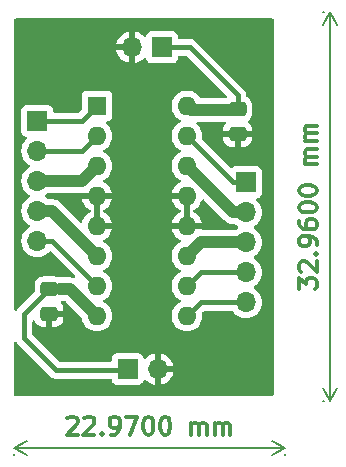
<source format=gbr>
%TF.GenerationSoftware,KiCad,Pcbnew,8.0.6*%
%TF.CreationDate,2025-10-21T14:30:21-04:00*%
%TF.ProjectId,KiCAD,4b694341-442e-46b6-9963-61645f706362,rev?*%
%TF.SameCoordinates,Original*%
%TF.FileFunction,Copper,L1,Top*%
%TF.FilePolarity,Positive*%
%FSLAX46Y46*%
G04 Gerber Fmt 4.6, Leading zero omitted, Abs format (unit mm)*
G04 Created by KiCad (PCBNEW 8.0.6) date 2025-10-21 14:30:21*
%MOMM*%
%LPD*%
G01*
G04 APERTURE LIST*
G04 Aperture macros list*
%AMRoundRect*
0 Rectangle with rounded corners*
0 $1 Rounding radius*
0 $2 $3 $4 $5 $6 $7 $8 $9 X,Y pos of 4 corners*
0 Add a 4 corners polygon primitive as box body*
4,1,4,$2,$3,$4,$5,$6,$7,$8,$9,$2,$3,0*
0 Add four circle primitives for the rounded corners*
1,1,$1+$1,$2,$3*
1,1,$1+$1,$4,$5*
1,1,$1+$1,$6,$7*
1,1,$1+$1,$8,$9*
0 Add four rect primitives between the rounded corners*
20,1,$1+$1,$2,$3,$4,$5,0*
20,1,$1+$1,$4,$5,$6,$7,0*
20,1,$1+$1,$6,$7,$8,$9,0*
20,1,$1+$1,$8,$9,$2,$3,0*%
G04 Aperture macros list end*
%ADD10C,0.300000*%
%TA.AperFunction,NonConductor*%
%ADD11C,0.300000*%
%TD*%
%TA.AperFunction,NonConductor*%
%ADD12C,0.200000*%
%TD*%
%TA.AperFunction,ComponentPad*%
%ADD13R,1.700000X1.700000*%
%TD*%
%TA.AperFunction,ComponentPad*%
%ADD14O,1.700000X1.700000*%
%TD*%
%TA.AperFunction,ComponentPad*%
%ADD15R,1.600000X1.600000*%
%TD*%
%TA.AperFunction,ComponentPad*%
%ADD16O,1.600000X1.600000*%
%TD*%
%TA.AperFunction,SMDPad,CuDef*%
%ADD17RoundRect,0.250000X-0.475000X0.337500X-0.475000X-0.337500X0.475000X-0.337500X0.475000X0.337500X0*%
%TD*%
%TA.AperFunction,Conductor*%
%ADD18C,0.400000*%
%TD*%
%TA.AperFunction,Conductor*%
%ADD19C,1.000000*%
%TD*%
G04 APERTURE END LIST*
D10*
D11*
X169696430Y-128031185D02*
X169767858Y-127959757D01*
X169767858Y-127959757D02*
X169910716Y-127888328D01*
X169910716Y-127888328D02*
X170267858Y-127888328D01*
X170267858Y-127888328D02*
X170410716Y-127959757D01*
X170410716Y-127959757D02*
X170482144Y-128031185D01*
X170482144Y-128031185D02*
X170553573Y-128174042D01*
X170553573Y-128174042D02*
X170553573Y-128316900D01*
X170553573Y-128316900D02*
X170482144Y-128531185D01*
X170482144Y-128531185D02*
X169625001Y-129388328D01*
X169625001Y-129388328D02*
X170553573Y-129388328D01*
X171125001Y-128031185D02*
X171196429Y-127959757D01*
X171196429Y-127959757D02*
X171339287Y-127888328D01*
X171339287Y-127888328D02*
X171696429Y-127888328D01*
X171696429Y-127888328D02*
X171839287Y-127959757D01*
X171839287Y-127959757D02*
X171910715Y-128031185D01*
X171910715Y-128031185D02*
X171982144Y-128174042D01*
X171982144Y-128174042D02*
X171982144Y-128316900D01*
X171982144Y-128316900D02*
X171910715Y-128531185D01*
X171910715Y-128531185D02*
X171053572Y-129388328D01*
X171053572Y-129388328D02*
X171982144Y-129388328D01*
X172625000Y-129245471D02*
X172696429Y-129316900D01*
X172696429Y-129316900D02*
X172625000Y-129388328D01*
X172625000Y-129388328D02*
X172553572Y-129316900D01*
X172553572Y-129316900D02*
X172625000Y-129245471D01*
X172625000Y-129245471D02*
X172625000Y-129388328D01*
X173410715Y-129388328D02*
X173696429Y-129388328D01*
X173696429Y-129388328D02*
X173839286Y-129316900D01*
X173839286Y-129316900D02*
X173910715Y-129245471D01*
X173910715Y-129245471D02*
X174053572Y-129031185D01*
X174053572Y-129031185D02*
X174125001Y-128745471D01*
X174125001Y-128745471D02*
X174125001Y-128174042D01*
X174125001Y-128174042D02*
X174053572Y-128031185D01*
X174053572Y-128031185D02*
X173982144Y-127959757D01*
X173982144Y-127959757D02*
X173839286Y-127888328D01*
X173839286Y-127888328D02*
X173553572Y-127888328D01*
X173553572Y-127888328D02*
X173410715Y-127959757D01*
X173410715Y-127959757D02*
X173339286Y-128031185D01*
X173339286Y-128031185D02*
X173267858Y-128174042D01*
X173267858Y-128174042D02*
X173267858Y-128531185D01*
X173267858Y-128531185D02*
X173339286Y-128674042D01*
X173339286Y-128674042D02*
X173410715Y-128745471D01*
X173410715Y-128745471D02*
X173553572Y-128816900D01*
X173553572Y-128816900D02*
X173839286Y-128816900D01*
X173839286Y-128816900D02*
X173982144Y-128745471D01*
X173982144Y-128745471D02*
X174053572Y-128674042D01*
X174053572Y-128674042D02*
X174125001Y-128531185D01*
X174625000Y-127888328D02*
X175625000Y-127888328D01*
X175625000Y-127888328D02*
X174982143Y-129388328D01*
X176482143Y-127888328D02*
X176625000Y-127888328D01*
X176625000Y-127888328D02*
X176767857Y-127959757D01*
X176767857Y-127959757D02*
X176839286Y-128031185D01*
X176839286Y-128031185D02*
X176910714Y-128174042D01*
X176910714Y-128174042D02*
X176982143Y-128459757D01*
X176982143Y-128459757D02*
X176982143Y-128816900D01*
X176982143Y-128816900D02*
X176910714Y-129102614D01*
X176910714Y-129102614D02*
X176839286Y-129245471D01*
X176839286Y-129245471D02*
X176767857Y-129316900D01*
X176767857Y-129316900D02*
X176625000Y-129388328D01*
X176625000Y-129388328D02*
X176482143Y-129388328D01*
X176482143Y-129388328D02*
X176339286Y-129316900D01*
X176339286Y-129316900D02*
X176267857Y-129245471D01*
X176267857Y-129245471D02*
X176196428Y-129102614D01*
X176196428Y-129102614D02*
X176125000Y-128816900D01*
X176125000Y-128816900D02*
X176125000Y-128459757D01*
X176125000Y-128459757D02*
X176196428Y-128174042D01*
X176196428Y-128174042D02*
X176267857Y-128031185D01*
X176267857Y-128031185D02*
X176339286Y-127959757D01*
X176339286Y-127959757D02*
X176482143Y-127888328D01*
X177910714Y-127888328D02*
X178053571Y-127888328D01*
X178053571Y-127888328D02*
X178196428Y-127959757D01*
X178196428Y-127959757D02*
X178267857Y-128031185D01*
X178267857Y-128031185D02*
X178339285Y-128174042D01*
X178339285Y-128174042D02*
X178410714Y-128459757D01*
X178410714Y-128459757D02*
X178410714Y-128816900D01*
X178410714Y-128816900D02*
X178339285Y-129102614D01*
X178339285Y-129102614D02*
X178267857Y-129245471D01*
X178267857Y-129245471D02*
X178196428Y-129316900D01*
X178196428Y-129316900D02*
X178053571Y-129388328D01*
X178053571Y-129388328D02*
X177910714Y-129388328D01*
X177910714Y-129388328D02*
X177767857Y-129316900D01*
X177767857Y-129316900D02*
X177696428Y-129245471D01*
X177696428Y-129245471D02*
X177624999Y-129102614D01*
X177624999Y-129102614D02*
X177553571Y-128816900D01*
X177553571Y-128816900D02*
X177553571Y-128459757D01*
X177553571Y-128459757D02*
X177624999Y-128174042D01*
X177624999Y-128174042D02*
X177696428Y-128031185D01*
X177696428Y-128031185D02*
X177767857Y-127959757D01*
X177767857Y-127959757D02*
X177910714Y-127888328D01*
X180196427Y-129388328D02*
X180196427Y-128388328D01*
X180196427Y-128531185D02*
X180267856Y-128459757D01*
X180267856Y-128459757D02*
X180410713Y-128388328D01*
X180410713Y-128388328D02*
X180624999Y-128388328D01*
X180624999Y-128388328D02*
X180767856Y-128459757D01*
X180767856Y-128459757D02*
X180839285Y-128602614D01*
X180839285Y-128602614D02*
X180839285Y-129388328D01*
X180839285Y-128602614D02*
X180910713Y-128459757D01*
X180910713Y-128459757D02*
X181053570Y-128388328D01*
X181053570Y-128388328D02*
X181267856Y-128388328D01*
X181267856Y-128388328D02*
X181410713Y-128459757D01*
X181410713Y-128459757D02*
X181482142Y-128602614D01*
X181482142Y-128602614D02*
X181482142Y-129388328D01*
X182196427Y-129388328D02*
X182196427Y-128388328D01*
X182196427Y-128531185D02*
X182267856Y-128459757D01*
X182267856Y-128459757D02*
X182410713Y-128388328D01*
X182410713Y-128388328D02*
X182624999Y-128388328D01*
X182624999Y-128388328D02*
X182767856Y-128459757D01*
X182767856Y-128459757D02*
X182839285Y-128602614D01*
X182839285Y-128602614D02*
X182839285Y-129388328D01*
X182839285Y-128602614D02*
X182910713Y-128459757D01*
X182910713Y-128459757D02*
X183053570Y-128388328D01*
X183053570Y-128388328D02*
X183267856Y-128388328D01*
X183267856Y-128388328D02*
X183410713Y-128459757D01*
X183410713Y-128459757D02*
X183482142Y-128602614D01*
X183482142Y-128602614D02*
X183482142Y-129388328D01*
D12*
X188110000Y-131010000D02*
X188110000Y-131096420D01*
X165140000Y-131010000D02*
X165140000Y-131096420D01*
X188110000Y-130510000D02*
X165140000Y-130510000D01*
X188110000Y-130510000D02*
X165140000Y-130510000D01*
X188110000Y-130510000D02*
X186983496Y-131096421D01*
X188110000Y-130510000D02*
X186983496Y-129923579D01*
X165140000Y-130510000D02*
X166266504Y-129923579D01*
X165140000Y-130510000D02*
X166266504Y-131096421D01*
D10*
D11*
X189308328Y-117089998D02*
X189308328Y-116161426D01*
X189308328Y-116161426D02*
X189879757Y-116661426D01*
X189879757Y-116661426D02*
X189879757Y-116447141D01*
X189879757Y-116447141D02*
X189951185Y-116304284D01*
X189951185Y-116304284D02*
X190022614Y-116232855D01*
X190022614Y-116232855D02*
X190165471Y-116161426D01*
X190165471Y-116161426D02*
X190522614Y-116161426D01*
X190522614Y-116161426D02*
X190665471Y-116232855D01*
X190665471Y-116232855D02*
X190736900Y-116304284D01*
X190736900Y-116304284D02*
X190808328Y-116447141D01*
X190808328Y-116447141D02*
X190808328Y-116875712D01*
X190808328Y-116875712D02*
X190736900Y-117018569D01*
X190736900Y-117018569D02*
X190665471Y-117089998D01*
X189451185Y-115589998D02*
X189379757Y-115518570D01*
X189379757Y-115518570D02*
X189308328Y-115375713D01*
X189308328Y-115375713D02*
X189308328Y-115018570D01*
X189308328Y-115018570D02*
X189379757Y-114875713D01*
X189379757Y-114875713D02*
X189451185Y-114804284D01*
X189451185Y-114804284D02*
X189594042Y-114732855D01*
X189594042Y-114732855D02*
X189736900Y-114732855D01*
X189736900Y-114732855D02*
X189951185Y-114804284D01*
X189951185Y-114804284D02*
X190808328Y-115661427D01*
X190808328Y-115661427D02*
X190808328Y-114732855D01*
X190665471Y-114089999D02*
X190736900Y-114018570D01*
X190736900Y-114018570D02*
X190808328Y-114089999D01*
X190808328Y-114089999D02*
X190736900Y-114161427D01*
X190736900Y-114161427D02*
X190665471Y-114089999D01*
X190665471Y-114089999D02*
X190808328Y-114089999D01*
X190808328Y-113304284D02*
X190808328Y-113018570D01*
X190808328Y-113018570D02*
X190736900Y-112875713D01*
X190736900Y-112875713D02*
X190665471Y-112804284D01*
X190665471Y-112804284D02*
X190451185Y-112661427D01*
X190451185Y-112661427D02*
X190165471Y-112589998D01*
X190165471Y-112589998D02*
X189594042Y-112589998D01*
X189594042Y-112589998D02*
X189451185Y-112661427D01*
X189451185Y-112661427D02*
X189379757Y-112732856D01*
X189379757Y-112732856D02*
X189308328Y-112875713D01*
X189308328Y-112875713D02*
X189308328Y-113161427D01*
X189308328Y-113161427D02*
X189379757Y-113304284D01*
X189379757Y-113304284D02*
X189451185Y-113375713D01*
X189451185Y-113375713D02*
X189594042Y-113447141D01*
X189594042Y-113447141D02*
X189951185Y-113447141D01*
X189951185Y-113447141D02*
X190094042Y-113375713D01*
X190094042Y-113375713D02*
X190165471Y-113304284D01*
X190165471Y-113304284D02*
X190236900Y-113161427D01*
X190236900Y-113161427D02*
X190236900Y-112875713D01*
X190236900Y-112875713D02*
X190165471Y-112732856D01*
X190165471Y-112732856D02*
X190094042Y-112661427D01*
X190094042Y-112661427D02*
X189951185Y-112589998D01*
X189308328Y-111304285D02*
X189308328Y-111589999D01*
X189308328Y-111589999D02*
X189379757Y-111732856D01*
X189379757Y-111732856D02*
X189451185Y-111804285D01*
X189451185Y-111804285D02*
X189665471Y-111947142D01*
X189665471Y-111947142D02*
X189951185Y-112018570D01*
X189951185Y-112018570D02*
X190522614Y-112018570D01*
X190522614Y-112018570D02*
X190665471Y-111947142D01*
X190665471Y-111947142D02*
X190736900Y-111875713D01*
X190736900Y-111875713D02*
X190808328Y-111732856D01*
X190808328Y-111732856D02*
X190808328Y-111447142D01*
X190808328Y-111447142D02*
X190736900Y-111304285D01*
X190736900Y-111304285D02*
X190665471Y-111232856D01*
X190665471Y-111232856D02*
X190522614Y-111161427D01*
X190522614Y-111161427D02*
X190165471Y-111161427D01*
X190165471Y-111161427D02*
X190022614Y-111232856D01*
X190022614Y-111232856D02*
X189951185Y-111304285D01*
X189951185Y-111304285D02*
X189879757Y-111447142D01*
X189879757Y-111447142D02*
X189879757Y-111732856D01*
X189879757Y-111732856D02*
X189951185Y-111875713D01*
X189951185Y-111875713D02*
X190022614Y-111947142D01*
X190022614Y-111947142D02*
X190165471Y-112018570D01*
X189308328Y-110232856D02*
X189308328Y-110089999D01*
X189308328Y-110089999D02*
X189379757Y-109947142D01*
X189379757Y-109947142D02*
X189451185Y-109875714D01*
X189451185Y-109875714D02*
X189594042Y-109804285D01*
X189594042Y-109804285D02*
X189879757Y-109732856D01*
X189879757Y-109732856D02*
X190236900Y-109732856D01*
X190236900Y-109732856D02*
X190522614Y-109804285D01*
X190522614Y-109804285D02*
X190665471Y-109875714D01*
X190665471Y-109875714D02*
X190736900Y-109947142D01*
X190736900Y-109947142D02*
X190808328Y-110089999D01*
X190808328Y-110089999D02*
X190808328Y-110232856D01*
X190808328Y-110232856D02*
X190736900Y-110375714D01*
X190736900Y-110375714D02*
X190665471Y-110447142D01*
X190665471Y-110447142D02*
X190522614Y-110518571D01*
X190522614Y-110518571D02*
X190236900Y-110589999D01*
X190236900Y-110589999D02*
X189879757Y-110589999D01*
X189879757Y-110589999D02*
X189594042Y-110518571D01*
X189594042Y-110518571D02*
X189451185Y-110447142D01*
X189451185Y-110447142D02*
X189379757Y-110375714D01*
X189379757Y-110375714D02*
X189308328Y-110232856D01*
X189308328Y-108804285D02*
X189308328Y-108661428D01*
X189308328Y-108661428D02*
X189379757Y-108518571D01*
X189379757Y-108518571D02*
X189451185Y-108447143D01*
X189451185Y-108447143D02*
X189594042Y-108375714D01*
X189594042Y-108375714D02*
X189879757Y-108304285D01*
X189879757Y-108304285D02*
X190236900Y-108304285D01*
X190236900Y-108304285D02*
X190522614Y-108375714D01*
X190522614Y-108375714D02*
X190665471Y-108447143D01*
X190665471Y-108447143D02*
X190736900Y-108518571D01*
X190736900Y-108518571D02*
X190808328Y-108661428D01*
X190808328Y-108661428D02*
X190808328Y-108804285D01*
X190808328Y-108804285D02*
X190736900Y-108947143D01*
X190736900Y-108947143D02*
X190665471Y-109018571D01*
X190665471Y-109018571D02*
X190522614Y-109090000D01*
X190522614Y-109090000D02*
X190236900Y-109161428D01*
X190236900Y-109161428D02*
X189879757Y-109161428D01*
X189879757Y-109161428D02*
X189594042Y-109090000D01*
X189594042Y-109090000D02*
X189451185Y-109018571D01*
X189451185Y-109018571D02*
X189379757Y-108947143D01*
X189379757Y-108947143D02*
X189308328Y-108804285D01*
X190808328Y-106518572D02*
X189808328Y-106518572D01*
X189951185Y-106518572D02*
X189879757Y-106447143D01*
X189879757Y-106447143D02*
X189808328Y-106304286D01*
X189808328Y-106304286D02*
X189808328Y-106090000D01*
X189808328Y-106090000D02*
X189879757Y-105947143D01*
X189879757Y-105947143D02*
X190022614Y-105875715D01*
X190022614Y-105875715D02*
X190808328Y-105875715D01*
X190022614Y-105875715D02*
X189879757Y-105804286D01*
X189879757Y-105804286D02*
X189808328Y-105661429D01*
X189808328Y-105661429D02*
X189808328Y-105447143D01*
X189808328Y-105447143D02*
X189879757Y-105304286D01*
X189879757Y-105304286D02*
X190022614Y-105232857D01*
X190022614Y-105232857D02*
X190808328Y-105232857D01*
X190808328Y-104518572D02*
X189808328Y-104518572D01*
X189951185Y-104518572D02*
X189879757Y-104447143D01*
X189879757Y-104447143D02*
X189808328Y-104304286D01*
X189808328Y-104304286D02*
X189808328Y-104090000D01*
X189808328Y-104090000D02*
X189879757Y-103947143D01*
X189879757Y-103947143D02*
X190022614Y-103875715D01*
X190022614Y-103875715D02*
X190808328Y-103875715D01*
X190022614Y-103875715D02*
X189879757Y-103804286D01*
X189879757Y-103804286D02*
X189808328Y-103661429D01*
X189808328Y-103661429D02*
X189808328Y-103447143D01*
X189808328Y-103447143D02*
X189879757Y-103304286D01*
X189879757Y-103304286D02*
X190022614Y-103232857D01*
X190022614Y-103232857D02*
X190808328Y-103232857D01*
D12*
X191430000Y-126570000D02*
X191343580Y-126570000D01*
X191430000Y-93610000D02*
X191343580Y-93610000D01*
X191930000Y-126570000D02*
X191930000Y-93610000D01*
X191930000Y-126570000D02*
X191930000Y-93610000D01*
X191930000Y-126570000D02*
X191343579Y-125443496D01*
X191930000Y-126570000D02*
X192516421Y-125443496D01*
X191930000Y-93610000D02*
X192516421Y-94736504D01*
X191930000Y-93610000D02*
X191343579Y-94736504D01*
D13*
%TO.P,J4,1,Pin_1*%
%TO.N,Net-(J4-Pin_1)*%
X177725000Y-96600000D03*
D14*
%TO.P,J4,2,Pin_2*%
%TO.N,GND*%
X175185000Y-96600000D03*
%TD*%
D13*
%TO.P,J1,1,Pin_1*%
%TO.N,/EN1\u002C2*%
X167150000Y-102840000D03*
D14*
%TO.P,J1,2,Pin_2*%
%TO.N,/1A*%
X167150000Y-105380000D03*
%TO.P,J1,3,Pin_3*%
%TO.N,/1Y*%
X167150000Y-107920000D03*
%TO.P,J1,4,Pin_4*%
%TO.N,/2Y*%
X167150000Y-110460000D03*
%TO.P,J1,5,Pin_5*%
%TO.N,/2A*%
X167150000Y-113000000D03*
%TD*%
D15*
%TO.P,U1,1,EN1\u002C2*%
%TO.N,/EN1\u002C2*%
X172200000Y-101570000D03*
D16*
%TO.P,U1,2,1A*%
%TO.N,/1A*%
X172200000Y-104110000D03*
%TO.P,U1,3,1Y*%
%TO.N,/1Y*%
X172200000Y-106650000D03*
%TO.P,U1,4,GND*%
%TO.N,GND*%
X172200000Y-109190000D03*
%TO.P,U1,5,GND*%
X172200000Y-111730000D03*
%TO.P,U1,6,2Y*%
%TO.N,/2Y*%
X172200000Y-114270000D03*
%TO.P,U1,7,2A*%
%TO.N,/2A*%
X172200000Y-116810000D03*
%TO.P,U1,8,VCC2*%
%TO.N,Net-(J3-Pin_1)*%
X172200000Y-119350000D03*
%TO.P,U1,9,EN3\u002C4*%
%TO.N,/EN3\u002C4*%
X179820000Y-119350000D03*
%TO.P,U1,10,3A*%
%TO.N,/3A*%
X179820000Y-116810000D03*
%TO.P,U1,11,3Y*%
%TO.N,/3Y*%
X179820000Y-114270000D03*
%TO.P,U1,12,GND*%
%TO.N,GND*%
X179820000Y-111730000D03*
%TO.P,U1,13,GND*%
X179820000Y-109190000D03*
%TO.P,U1,14,4Y*%
%TO.N,/4Y*%
X179820000Y-106650000D03*
%TO.P,U1,15,4A*%
%TO.N,/4A*%
X179820000Y-104110000D03*
%TO.P,U1,16,VCC1*%
%TO.N,Net-(J4-Pin_1)*%
X179820000Y-101570000D03*
%TD*%
D14*
%TO.P,J2,5,Pin_5*%
%TO.N,/EN3\u002C4*%
X184820000Y-118195000D03*
%TO.P,J2,4,Pin_4*%
%TO.N,/3A*%
X184820000Y-115655000D03*
%TO.P,J2,3,Pin_3*%
%TO.N,/3Y*%
X184820000Y-113115000D03*
%TO.P,J2,2,Pin_2*%
%TO.N,/4Y*%
X184820000Y-110575000D03*
D13*
%TO.P,J2,1,Pin_1*%
%TO.N,/4A*%
X184820000Y-108035000D03*
%TD*%
%TO.P,J3,1,Pin_1*%
%TO.N,Net-(J3-Pin_1)*%
X174795000Y-123860000D03*
D14*
%TO.P,J3,2,Pin_2*%
%TO.N,GND*%
X177335000Y-123860000D03*
%TD*%
D17*
%TO.P,C1,1*%
%TO.N,Net-(J3-Pin_1)*%
X168140000Y-117092500D03*
%TO.P,C1,2*%
%TO.N,GND*%
X168140000Y-119167500D03*
%TD*%
%TO.P,C2,1*%
%TO.N,Net-(J4-Pin_1)*%
X184120000Y-101862500D03*
%TO.P,C2,2*%
%TO.N,GND*%
X184120000Y-103937500D03*
%TD*%
D18*
%TO.N,Net-(J3-Pin_1)*%
X168140000Y-117092500D02*
X166030000Y-119202500D01*
X166030000Y-119202500D02*
X166030000Y-121240000D01*
X166030000Y-121240000D02*
X168738834Y-123948834D01*
X168738834Y-123948834D02*
X174706166Y-123948834D01*
X174706166Y-123948834D02*
X174795000Y-123860000D01*
%TO.N,Net-(J4-Pin_1)*%
X184120000Y-101862500D02*
X184120000Y-100660000D01*
X184120000Y-100660000D02*
X180060000Y-96600000D01*
X180060000Y-96600000D02*
X177725000Y-96600000D01*
D19*
X184090000Y-101892500D02*
X184120000Y-101862500D01*
D18*
X180142500Y-101892500D02*
X179820000Y-101570000D01*
D19*
X180142500Y-101892500D02*
X184090000Y-101892500D01*
D18*
%TO.N,Net-(J3-Pin_1)*%
X169030000Y-117092500D02*
X168133834Y-117092500D01*
D19*
%TO.N,/1Y*%
X170930000Y-107920000D02*
X172200000Y-106650000D01*
X167150000Y-107920000D02*
X170930000Y-107920000D01*
D18*
%TO.N,/1A*%
X170930000Y-105380000D02*
X172200000Y-104110000D01*
X167150000Y-105380000D02*
X170930000Y-105380000D01*
%TO.N,/2A*%
X168390000Y-113000000D02*
X172200000Y-116810000D01*
X167150000Y-113000000D02*
X168390000Y-113000000D01*
%TO.N,/EN1\u002C2*%
X170930000Y-102840000D02*
X172200000Y-101570000D01*
X167150000Y-102840000D02*
X170930000Y-102840000D01*
D19*
%TO.N,/2Y*%
X168390000Y-110460000D02*
X172200000Y-114270000D01*
X167150000Y-110460000D02*
X168390000Y-110460000D01*
D18*
%TO.N,/3A*%
X180975000Y-115655000D02*
X179820000Y-116810000D01*
X184820000Y-115655000D02*
X180975000Y-115655000D01*
D19*
%TO.N,/4Y*%
X183745000Y-110575000D02*
X184820000Y-110575000D01*
X179820000Y-106650000D02*
X183745000Y-110575000D01*
%TO.N,/3Y*%
X184820000Y-113115000D02*
X180975000Y-113115000D01*
X180975000Y-113115000D02*
X179820000Y-114270000D01*
D18*
%TO.N,/4A*%
X183745000Y-108035000D02*
X184820000Y-108035000D01*
X179820000Y-104110000D02*
X183745000Y-108035000D01*
%TO.N,/EN3\u002C4*%
X184820000Y-118195000D02*
X180975000Y-118195000D01*
X180975000Y-118195000D02*
X179820000Y-119350000D01*
D19*
%TO.N,Net-(J3-Pin_1)*%
X169030000Y-117092500D02*
X169942500Y-117092500D01*
X169942500Y-117092500D02*
X172200000Y-119350000D01*
%TD*%
%TA.AperFunction,Conductor*%
%TO.N,GND*%
G36*
X181232201Y-109489683D02*
G01*
X181271071Y-109515991D01*
X182964735Y-111209655D01*
X182964764Y-111209686D01*
X183107214Y-111352136D01*
X183107218Y-111352139D01*
X183271079Y-111461628D01*
X183271092Y-111461635D01*
X183399833Y-111514961D01*
X183442744Y-111532735D01*
X183453164Y-111537051D01*
X183549812Y-111556275D01*
X183598135Y-111565887D01*
X183646458Y-111575500D01*
X183646459Y-111575500D01*
X183646460Y-111575500D01*
X183843540Y-111575500D01*
X183859242Y-111575500D01*
X183926281Y-111595185D01*
X183946923Y-111611819D01*
X183948597Y-111613493D01*
X183948603Y-111613498D01*
X184134158Y-111743425D01*
X184177783Y-111798002D01*
X184184977Y-111867500D01*
X184153454Y-111929855D01*
X184134158Y-111946575D01*
X183948597Y-112076505D01*
X183946922Y-112078181D01*
X183946000Y-112078684D01*
X183944449Y-112079986D01*
X183944187Y-112079674D01*
X183885599Y-112111666D01*
X183859241Y-112114500D01*
X181224433Y-112114500D01*
X181157394Y-112094815D01*
X181111639Y-112042011D01*
X181103610Y-111986176D01*
X181098872Y-111980000D01*
X180135686Y-111980000D01*
X180140080Y-111975606D01*
X180192741Y-111884394D01*
X180220000Y-111782661D01*
X180220000Y-111677339D01*
X180192741Y-111575606D01*
X180140080Y-111484394D01*
X180135686Y-111480000D01*
X181098872Y-111480000D01*
X181098872Y-111479999D01*
X181046269Y-111283682D01*
X181046265Y-111283673D01*
X180950134Y-111077517D01*
X180819657Y-110891179D01*
X180658820Y-110730342D01*
X180472481Y-110599865D01*
X180472479Y-110599864D01*
X180413543Y-110572382D01*
X180361103Y-110526210D01*
X180341951Y-110459017D01*
X180362166Y-110392136D01*
X180413543Y-110347618D01*
X180472479Y-110320135D01*
X180472481Y-110320134D01*
X180658820Y-110189657D01*
X180819657Y-110028820D01*
X180950134Y-109842482D01*
X181046265Y-109636326D01*
X181046270Y-109636315D01*
X181063615Y-109571580D01*
X181099979Y-109511919D01*
X181162825Y-109481389D01*
X181232201Y-109489683D01*
G37*
%TD.AperFunction*%
%TA.AperFunction,Conductor*%
G36*
X180070000Y-111414314D02*
G01*
X180065606Y-111409920D01*
X179974394Y-111357259D01*
X179872661Y-111330000D01*
X179767339Y-111330000D01*
X179665606Y-111357259D01*
X179574394Y-111409920D01*
X179570000Y-111414314D01*
X179570000Y-109505686D01*
X179574394Y-109510080D01*
X179665606Y-109562741D01*
X179767339Y-109590000D01*
X179872661Y-109590000D01*
X179974394Y-109562741D01*
X180065606Y-109510080D01*
X180070000Y-109505686D01*
X180070000Y-111414314D01*
G37*
%TD.AperFunction*%
%TA.AperFunction,Conductor*%
G36*
X187102539Y-94180185D02*
G01*
X187148294Y-94232989D01*
X187159500Y-94284500D01*
X187159500Y-125995500D01*
X187139815Y-126062539D01*
X187087011Y-126108294D01*
X187035500Y-126119500D01*
X165314500Y-126119500D01*
X165247461Y-126099815D01*
X165201706Y-126047011D01*
X165190500Y-125995500D01*
X165190500Y-121653239D01*
X165210185Y-121586200D01*
X165262989Y-121540445D01*
X165332147Y-121530501D01*
X165395703Y-121559526D01*
X165417601Y-121584347D01*
X165455829Y-121641560D01*
X165485887Y-121686545D01*
X168292288Y-124492946D01*
X168407026Y-124569611D01*
X168534501Y-124622412D01*
X168534506Y-124622414D01*
X168534510Y-124622414D01*
X168534511Y-124622415D01*
X168669837Y-124649334D01*
X168669840Y-124649334D01*
X168669841Y-124649334D01*
X173321448Y-124649334D01*
X173388487Y-124669019D01*
X173434242Y-124721823D01*
X173444738Y-124760080D01*
X173450909Y-124817483D01*
X173501202Y-124952328D01*
X173501206Y-124952335D01*
X173587452Y-125067544D01*
X173587455Y-125067547D01*
X173702664Y-125153793D01*
X173702671Y-125153797D01*
X173837517Y-125204091D01*
X173837516Y-125204091D01*
X173844444Y-125204835D01*
X173897127Y-125210500D01*
X175692872Y-125210499D01*
X175752483Y-125204091D01*
X175887331Y-125153796D01*
X176002546Y-125067546D01*
X176088796Y-124952331D01*
X176090654Y-124947351D01*
X176138002Y-124820402D01*
X176179872Y-124764468D01*
X176245337Y-124740050D01*
X176313610Y-124754901D01*
X176341865Y-124776053D01*
X176463917Y-124898105D01*
X176657421Y-125033600D01*
X176871507Y-125133429D01*
X176871516Y-125133433D01*
X177085000Y-125190634D01*
X177085000Y-124293012D01*
X177142007Y-124325925D01*
X177269174Y-124360000D01*
X177400826Y-124360000D01*
X177527993Y-124325925D01*
X177585000Y-124293012D01*
X177585000Y-125190633D01*
X177798483Y-125133433D01*
X177798492Y-125133429D01*
X178012578Y-125033600D01*
X178206082Y-124898105D01*
X178373105Y-124731082D01*
X178508600Y-124537578D01*
X178608429Y-124323492D01*
X178608432Y-124323486D01*
X178665636Y-124110000D01*
X177768012Y-124110000D01*
X177800925Y-124052993D01*
X177835000Y-123925826D01*
X177835000Y-123794174D01*
X177800925Y-123667007D01*
X177768012Y-123610000D01*
X178665636Y-123610000D01*
X178665635Y-123609999D01*
X178608432Y-123396513D01*
X178608429Y-123396507D01*
X178508600Y-123182422D01*
X178508599Y-123182420D01*
X178373113Y-122988926D01*
X178373108Y-122988920D01*
X178206082Y-122821894D01*
X178012578Y-122686399D01*
X177798492Y-122586570D01*
X177798486Y-122586567D01*
X177585000Y-122529364D01*
X177585000Y-123426988D01*
X177527993Y-123394075D01*
X177400826Y-123360000D01*
X177269174Y-123360000D01*
X177142007Y-123394075D01*
X177085000Y-123426988D01*
X177085000Y-122529364D01*
X177084999Y-122529364D01*
X176871513Y-122586567D01*
X176871507Y-122586570D01*
X176657422Y-122686399D01*
X176657420Y-122686400D01*
X176463926Y-122821886D01*
X176341865Y-122943947D01*
X176280542Y-122977431D01*
X176210850Y-122972447D01*
X176154917Y-122930575D01*
X176138002Y-122899598D01*
X176088797Y-122767671D01*
X176088793Y-122767664D01*
X176002547Y-122652455D01*
X176002544Y-122652452D01*
X175887335Y-122566206D01*
X175887328Y-122566202D01*
X175752482Y-122515908D01*
X175752483Y-122515908D01*
X175692883Y-122509501D01*
X175692881Y-122509500D01*
X175692873Y-122509500D01*
X175692864Y-122509500D01*
X173897129Y-122509500D01*
X173897123Y-122509501D01*
X173837516Y-122515908D01*
X173702671Y-122566202D01*
X173702664Y-122566206D01*
X173587455Y-122652452D01*
X173587452Y-122652455D01*
X173501206Y-122767664D01*
X173501202Y-122767671D01*
X173450908Y-122902517D01*
X173444501Y-122962116D01*
X173444500Y-122962135D01*
X173444500Y-123124334D01*
X173424815Y-123191373D01*
X173372011Y-123237128D01*
X173320500Y-123248334D01*
X169080353Y-123248334D01*
X169013314Y-123228649D01*
X168992672Y-123212015D01*
X166766819Y-120986162D01*
X166733334Y-120924839D01*
X166730500Y-120898481D01*
X166730500Y-119837666D01*
X166750185Y-119770627D01*
X166802989Y-119724872D01*
X166872147Y-119714928D01*
X166935703Y-119743953D01*
X166972206Y-119798663D01*
X166980640Y-119824117D01*
X166980643Y-119824124D01*
X167072684Y-119973345D01*
X167196654Y-120097315D01*
X167345875Y-120189356D01*
X167345880Y-120189358D01*
X167512302Y-120244505D01*
X167512309Y-120244506D01*
X167615019Y-120254999D01*
X167889999Y-120254999D01*
X168390000Y-120254999D01*
X168664972Y-120254999D01*
X168664986Y-120254998D01*
X168767697Y-120244505D01*
X168934119Y-120189358D01*
X168934124Y-120189356D01*
X169083345Y-120097315D01*
X169207315Y-119973345D01*
X169299356Y-119824124D01*
X169299358Y-119824119D01*
X169354505Y-119657697D01*
X169354506Y-119657690D01*
X169364999Y-119554986D01*
X169365000Y-119554973D01*
X169365000Y-119417500D01*
X168390000Y-119417500D01*
X168390000Y-120254999D01*
X167889999Y-120254999D01*
X167890000Y-120254998D01*
X167890000Y-119041500D01*
X167909685Y-118974461D01*
X167962489Y-118928706D01*
X168014000Y-118917500D01*
X169364999Y-118917500D01*
X169364999Y-118780028D01*
X169364998Y-118780013D01*
X169354505Y-118677302D01*
X169299358Y-118510880D01*
X169299356Y-118510875D01*
X169207315Y-118361654D01*
X169150342Y-118304681D01*
X169116857Y-118243358D01*
X169121841Y-118173666D01*
X169163713Y-118117733D01*
X169229177Y-118093316D01*
X169238023Y-118093000D01*
X169476718Y-118093000D01*
X169543757Y-118112685D01*
X169564399Y-118129319D01*
X170873111Y-119438031D01*
X170906596Y-119499354D01*
X170908958Y-119514902D01*
X170914364Y-119576688D01*
X170914366Y-119576697D01*
X170973258Y-119796488D01*
X170973261Y-119796497D01*
X171069431Y-120002732D01*
X171069432Y-120002734D01*
X171199954Y-120189141D01*
X171360858Y-120350045D01*
X171360861Y-120350047D01*
X171547266Y-120480568D01*
X171753504Y-120576739D01*
X171973308Y-120635635D01*
X172135230Y-120649801D01*
X172199998Y-120655468D01*
X172200000Y-120655468D01*
X172200002Y-120655468D01*
X172256673Y-120650509D01*
X172426692Y-120635635D01*
X172646496Y-120576739D01*
X172852734Y-120480568D01*
X173039139Y-120350047D01*
X173200047Y-120189139D01*
X173330568Y-120002734D01*
X173426739Y-119796496D01*
X173485635Y-119576692D01*
X173505468Y-119350000D01*
X173485635Y-119123308D01*
X173429869Y-118915185D01*
X173426741Y-118903511D01*
X173426738Y-118903502D01*
X173411437Y-118870689D01*
X173330568Y-118697266D01*
X173200047Y-118510861D01*
X173200045Y-118510858D01*
X173039141Y-118349954D01*
X172852734Y-118219432D01*
X172852728Y-118219429D01*
X172825038Y-118206517D01*
X172794724Y-118192381D01*
X172742285Y-118146210D01*
X172723133Y-118079017D01*
X172743348Y-118012135D01*
X172794725Y-117967618D01*
X172852734Y-117940568D01*
X173039139Y-117810047D01*
X173200047Y-117649139D01*
X173330568Y-117462734D01*
X173426739Y-117256496D01*
X173485635Y-117036692D01*
X173503803Y-116829035D01*
X173505468Y-116810001D01*
X173505468Y-116809998D01*
X173495275Y-116693493D01*
X173485635Y-116583308D01*
X173426739Y-116363504D01*
X173330568Y-116157266D01*
X173200047Y-115970861D01*
X173200045Y-115970858D01*
X173039141Y-115809954D01*
X172852734Y-115679432D01*
X172852728Y-115679429D01*
X172825038Y-115666517D01*
X172794724Y-115652381D01*
X172742285Y-115606210D01*
X172723133Y-115539017D01*
X172743348Y-115472135D01*
X172794725Y-115427618D01*
X172852734Y-115400568D01*
X173039139Y-115270047D01*
X173200047Y-115109139D01*
X173330568Y-114922734D01*
X173426739Y-114716496D01*
X173485635Y-114496692D01*
X173503803Y-114289035D01*
X173505468Y-114270001D01*
X173505468Y-114269998D01*
X173485635Y-114043313D01*
X173485635Y-114043308D01*
X173426739Y-113823504D01*
X173330568Y-113617266D01*
X173200047Y-113430861D01*
X173200045Y-113430858D01*
X173039141Y-113269954D01*
X172852734Y-113139432D01*
X172852732Y-113139431D01*
X172841275Y-113134088D01*
X172794132Y-113112105D01*
X172741694Y-113065934D01*
X172722542Y-112998740D01*
X172742758Y-112931859D01*
X172794134Y-112887341D01*
X172852484Y-112860132D01*
X173038820Y-112729657D01*
X173199657Y-112568820D01*
X173330134Y-112382482D01*
X173426265Y-112176326D01*
X173426269Y-112176317D01*
X173478872Y-111980000D01*
X172515686Y-111980000D01*
X172520080Y-111975606D01*
X172572741Y-111884394D01*
X172600000Y-111782661D01*
X172600000Y-111677339D01*
X172572741Y-111575606D01*
X172520080Y-111484394D01*
X172515686Y-111480000D01*
X173478872Y-111480000D01*
X173478872Y-111479999D01*
X173426269Y-111283682D01*
X173426265Y-111283673D01*
X173330134Y-111077517D01*
X173199657Y-110891179D01*
X173038820Y-110730342D01*
X172852481Y-110599865D01*
X172852479Y-110599864D01*
X172793543Y-110572382D01*
X172741103Y-110526210D01*
X172721951Y-110459017D01*
X172742166Y-110392136D01*
X172793543Y-110347618D01*
X172852479Y-110320135D01*
X172852481Y-110320134D01*
X173038820Y-110189657D01*
X173199657Y-110028820D01*
X173330134Y-109842482D01*
X173426265Y-109636326D01*
X173426269Y-109636317D01*
X173478872Y-109440000D01*
X172515686Y-109440000D01*
X172520080Y-109435606D01*
X172572741Y-109344394D01*
X172600000Y-109242661D01*
X172600000Y-109137339D01*
X172572741Y-109035606D01*
X172520080Y-108944394D01*
X172515686Y-108940000D01*
X173478872Y-108940000D01*
X173478872Y-108939999D01*
X173426269Y-108743682D01*
X173426265Y-108743673D01*
X173330134Y-108537517D01*
X173199657Y-108351179D01*
X173038820Y-108190342D01*
X172852482Y-108059865D01*
X172794133Y-108032657D01*
X172741694Y-107986484D01*
X172722542Y-107919291D01*
X172742758Y-107852410D01*
X172794129Y-107807895D01*
X172852734Y-107780568D01*
X173039139Y-107650047D01*
X173200047Y-107489139D01*
X173330568Y-107302734D01*
X173426739Y-107096496D01*
X173485635Y-106876692D01*
X173505468Y-106650000D01*
X173485635Y-106423308D01*
X173426739Y-106203504D01*
X173330568Y-105997266D01*
X173200047Y-105810861D01*
X173200045Y-105810858D01*
X173039141Y-105649954D01*
X172852734Y-105519432D01*
X172852728Y-105519429D01*
X172794725Y-105492382D01*
X172742285Y-105446210D01*
X172723133Y-105379017D01*
X172743348Y-105312135D01*
X172794725Y-105267618D01*
X172852734Y-105240568D01*
X173039139Y-105110047D01*
X173200047Y-104949139D01*
X173330568Y-104762734D01*
X173426739Y-104556496D01*
X173485635Y-104336692D01*
X173505468Y-104110000D01*
X173485635Y-103883308D01*
X173426739Y-103663504D01*
X173330568Y-103457266D01*
X173200047Y-103270861D01*
X173200045Y-103270858D01*
X173039143Y-103109956D01*
X173033670Y-103106124D01*
X173014535Y-103092725D01*
X172970912Y-103038149D01*
X172963719Y-102968650D01*
X172995241Y-102906296D01*
X173055471Y-102870882D01*
X173072404Y-102867861D01*
X173107483Y-102864091D01*
X173242331Y-102813796D01*
X173357546Y-102727546D01*
X173443796Y-102612331D01*
X173494091Y-102477483D01*
X173500500Y-102417873D01*
X173500499Y-100722128D01*
X173494091Y-100662517D01*
X173467418Y-100591004D01*
X173443797Y-100527671D01*
X173443793Y-100527664D01*
X173357547Y-100412455D01*
X173357544Y-100412452D01*
X173242335Y-100326206D01*
X173242328Y-100326202D01*
X173107482Y-100275908D01*
X173107483Y-100275908D01*
X173047883Y-100269501D01*
X173047881Y-100269500D01*
X173047873Y-100269500D01*
X173047864Y-100269500D01*
X171352129Y-100269500D01*
X171352123Y-100269501D01*
X171292516Y-100275908D01*
X171157671Y-100326202D01*
X171157664Y-100326206D01*
X171042455Y-100412452D01*
X171042452Y-100412455D01*
X170956206Y-100527664D01*
X170956202Y-100527671D01*
X170905908Y-100662517D01*
X170899777Y-100719551D01*
X170899501Y-100722123D01*
X170899500Y-100722135D01*
X170899500Y-101828480D01*
X170879815Y-101895519D01*
X170863181Y-101916161D01*
X170676162Y-102103181D01*
X170614839Y-102136666D01*
X170588481Y-102139500D01*
X168624499Y-102139500D01*
X168557460Y-102119815D01*
X168511705Y-102067011D01*
X168500499Y-102015500D01*
X168500499Y-101942129D01*
X168500498Y-101942123D01*
X168500497Y-101942116D01*
X168494091Y-101882517D01*
X168493093Y-101879842D01*
X168443797Y-101747671D01*
X168443793Y-101747664D01*
X168357547Y-101632455D01*
X168357544Y-101632452D01*
X168242335Y-101546206D01*
X168242328Y-101546202D01*
X168107482Y-101495908D01*
X168107483Y-101495908D01*
X168047883Y-101489501D01*
X168047881Y-101489500D01*
X168047873Y-101489500D01*
X168047864Y-101489500D01*
X166252129Y-101489500D01*
X166252123Y-101489501D01*
X166192516Y-101495908D01*
X166057671Y-101546202D01*
X166057664Y-101546206D01*
X165942455Y-101632452D01*
X165942452Y-101632455D01*
X165856206Y-101747664D01*
X165856202Y-101747671D01*
X165805908Y-101882517D01*
X165799501Y-101942116D01*
X165799501Y-101942123D01*
X165799500Y-101942135D01*
X165799500Y-103737870D01*
X165799501Y-103737876D01*
X165805908Y-103797483D01*
X165856202Y-103932328D01*
X165856206Y-103932335D01*
X165942452Y-104047544D01*
X165942455Y-104047547D01*
X166057664Y-104133793D01*
X166057671Y-104133797D01*
X166189081Y-104182810D01*
X166245015Y-104224681D01*
X166269432Y-104290145D01*
X166254580Y-104358418D01*
X166233430Y-104386673D01*
X166111503Y-104508600D01*
X165975965Y-104702169D01*
X165975964Y-104702171D01*
X165876098Y-104916335D01*
X165876094Y-104916344D01*
X165814938Y-105144586D01*
X165814936Y-105144596D01*
X165794341Y-105379999D01*
X165794341Y-105380000D01*
X165814936Y-105615403D01*
X165814938Y-105615413D01*
X165876094Y-105843655D01*
X165876096Y-105843659D01*
X165876097Y-105843663D01*
X165947724Y-105997267D01*
X165975965Y-106057830D01*
X165975967Y-106057834D01*
X166111501Y-106251395D01*
X166111506Y-106251402D01*
X166278597Y-106418493D01*
X166278603Y-106418498D01*
X166464158Y-106548425D01*
X166507783Y-106603002D01*
X166514977Y-106672500D01*
X166483454Y-106734855D01*
X166464158Y-106751575D01*
X166278597Y-106881505D01*
X166111505Y-107048597D01*
X165975965Y-107242169D01*
X165975964Y-107242171D01*
X165876098Y-107456335D01*
X165876094Y-107456344D01*
X165814938Y-107684586D01*
X165814936Y-107684596D01*
X165794341Y-107919999D01*
X165794341Y-107920000D01*
X165814936Y-108155403D01*
X165814938Y-108155413D01*
X165876094Y-108383655D01*
X165876096Y-108383659D01*
X165876097Y-108383663D01*
X165947841Y-108537517D01*
X165975965Y-108597830D01*
X165975967Y-108597834D01*
X166111501Y-108791395D01*
X166111506Y-108791402D01*
X166278597Y-108958493D01*
X166278603Y-108958498D01*
X166464158Y-109088425D01*
X166507783Y-109143002D01*
X166514977Y-109212500D01*
X166483454Y-109274855D01*
X166464158Y-109291575D01*
X166278597Y-109421505D01*
X166111505Y-109588597D01*
X165975965Y-109782169D01*
X165975964Y-109782171D01*
X165876098Y-109996335D01*
X165876094Y-109996344D01*
X165814938Y-110224586D01*
X165814936Y-110224596D01*
X165794341Y-110459999D01*
X165794341Y-110460000D01*
X165814936Y-110695403D01*
X165814938Y-110695413D01*
X165876094Y-110923655D01*
X165876096Y-110923659D01*
X165876097Y-110923663D01*
X165929719Y-111038655D01*
X165975965Y-111137830D01*
X165975967Y-111137834D01*
X166111501Y-111331395D01*
X166111506Y-111331402D01*
X166278597Y-111498493D01*
X166278603Y-111498498D01*
X166464158Y-111628425D01*
X166507783Y-111683002D01*
X166514977Y-111752500D01*
X166483454Y-111814855D01*
X166464158Y-111831575D01*
X166278597Y-111961505D01*
X166111505Y-112128597D01*
X165975965Y-112322169D01*
X165975964Y-112322171D01*
X165876098Y-112536335D01*
X165876094Y-112536344D01*
X165814938Y-112764586D01*
X165814936Y-112764596D01*
X165794341Y-112999999D01*
X165794341Y-113000000D01*
X165814936Y-113235403D01*
X165814938Y-113235413D01*
X165876094Y-113463655D01*
X165876096Y-113463659D01*
X165876097Y-113463663D01*
X165947724Y-113617267D01*
X165975965Y-113677830D01*
X165975967Y-113677834D01*
X166056489Y-113792830D01*
X166111505Y-113871401D01*
X166278599Y-114038495D01*
X166285473Y-114043308D01*
X166472165Y-114174032D01*
X166472167Y-114174033D01*
X166472170Y-114174035D01*
X166686337Y-114273903D01*
X166914592Y-114335063D01*
X167102918Y-114351539D01*
X167149999Y-114355659D01*
X167150000Y-114355659D01*
X167150001Y-114355659D01*
X167189234Y-114352226D01*
X167385408Y-114335063D01*
X167613663Y-114273903D01*
X167827830Y-114174035D01*
X168021401Y-114038495D01*
X168141941Y-113917954D01*
X168203260Y-113884472D01*
X168272952Y-113889456D01*
X168317300Y-113917957D01*
X170314108Y-115914765D01*
X170347593Y-115976088D01*
X170342609Y-116045780D01*
X170300737Y-116101713D01*
X170235273Y-116126130D01*
X170202237Y-116124064D01*
X170189825Y-116121595D01*
X170089011Y-116101542D01*
X170065026Y-116096771D01*
X170041042Y-116092000D01*
X170041041Y-116092000D01*
X169004866Y-116092000D01*
X168939768Y-116073538D01*
X168934338Y-116070188D01*
X168934335Y-116070186D01*
X168934334Y-116070186D01*
X168767797Y-116015001D01*
X168767795Y-116015000D01*
X168665010Y-116004500D01*
X167614998Y-116004500D01*
X167614980Y-116004501D01*
X167512203Y-116015000D01*
X167512200Y-116015001D01*
X167345668Y-116070185D01*
X167345663Y-116070187D01*
X167196342Y-116162289D01*
X167072289Y-116286342D01*
X166980187Y-116435663D01*
X166980186Y-116435666D01*
X166925001Y-116602203D01*
X166925001Y-116602204D01*
X166925000Y-116602204D01*
X166914500Y-116704983D01*
X166914500Y-117275980D01*
X166894815Y-117343019D01*
X166878181Y-117363661D01*
X165485888Y-118755953D01*
X165485887Y-118755954D01*
X165469812Y-118780013D01*
X165417601Y-118858152D01*
X165363991Y-118902957D01*
X165294666Y-118911664D01*
X165231638Y-118881510D01*
X165194918Y-118822067D01*
X165190500Y-118789261D01*
X165190500Y-96349999D01*
X173854364Y-96349999D01*
X173854364Y-96350000D01*
X174751988Y-96350000D01*
X174719075Y-96407007D01*
X174685000Y-96534174D01*
X174685000Y-96665826D01*
X174719075Y-96792993D01*
X174751988Y-96850000D01*
X173854364Y-96850000D01*
X173911567Y-97063486D01*
X173911570Y-97063492D01*
X174011399Y-97277578D01*
X174146894Y-97471082D01*
X174313917Y-97638105D01*
X174507421Y-97773600D01*
X174721507Y-97873429D01*
X174721516Y-97873433D01*
X174935000Y-97930634D01*
X174935000Y-97033012D01*
X174992007Y-97065925D01*
X175119174Y-97100000D01*
X175250826Y-97100000D01*
X175377993Y-97065925D01*
X175435000Y-97033012D01*
X175435000Y-97930633D01*
X175648483Y-97873433D01*
X175648492Y-97873429D01*
X175862578Y-97773600D01*
X176056078Y-97638108D01*
X176178133Y-97516053D01*
X176239456Y-97482568D01*
X176309148Y-97487552D01*
X176365082Y-97529423D01*
X176381997Y-97560401D01*
X176431202Y-97692328D01*
X176431206Y-97692335D01*
X176517452Y-97807544D01*
X176517455Y-97807547D01*
X176632664Y-97893793D01*
X176632671Y-97893797D01*
X176767517Y-97944091D01*
X176767516Y-97944091D01*
X176774444Y-97944835D01*
X176827127Y-97950500D01*
X178622872Y-97950499D01*
X178682483Y-97944091D01*
X178817331Y-97893796D01*
X178932546Y-97807546D01*
X179018796Y-97692331D01*
X179069091Y-97557483D01*
X179075500Y-97497873D01*
X179075500Y-97424500D01*
X179095185Y-97357461D01*
X179147989Y-97311706D01*
X179199500Y-97300500D01*
X179718481Y-97300500D01*
X179785520Y-97320185D01*
X179806162Y-97336819D01*
X183149662Y-100680319D01*
X183183147Y-100741642D01*
X183178163Y-100811334D01*
X183136291Y-100867267D01*
X183070827Y-100891684D01*
X183061981Y-100892000D01*
X180997427Y-100892000D01*
X180930388Y-100872315D01*
X180895852Y-100839123D01*
X180874824Y-100809092D01*
X180820047Y-100730861D01*
X180820045Y-100730858D01*
X180659141Y-100569954D01*
X180472734Y-100439432D01*
X180472732Y-100439431D01*
X180266497Y-100343261D01*
X180266488Y-100343258D01*
X180046697Y-100284366D01*
X180046693Y-100284365D01*
X180046692Y-100284365D01*
X180046691Y-100284364D01*
X180046686Y-100284364D01*
X179820002Y-100264532D01*
X179819998Y-100264532D01*
X179593313Y-100284364D01*
X179593302Y-100284366D01*
X179373511Y-100343258D01*
X179373502Y-100343261D01*
X179167267Y-100439431D01*
X179167265Y-100439432D01*
X178980858Y-100569954D01*
X178819954Y-100730858D01*
X178689432Y-100917265D01*
X178689431Y-100917267D01*
X178593261Y-101123502D01*
X178593258Y-101123511D01*
X178534366Y-101343302D01*
X178534364Y-101343313D01*
X178514532Y-101569998D01*
X178514532Y-101570001D01*
X178534364Y-101796686D01*
X178534366Y-101796697D01*
X178593258Y-102016488D01*
X178593261Y-102016497D01*
X178689431Y-102222732D01*
X178689432Y-102222734D01*
X178819954Y-102409141D01*
X178980858Y-102570045D01*
X178980861Y-102570047D01*
X179167266Y-102700568D01*
X179225275Y-102727618D01*
X179277714Y-102773791D01*
X179296866Y-102840984D01*
X179276650Y-102907865D01*
X179225275Y-102952382D01*
X179167267Y-102979431D01*
X179167265Y-102979432D01*
X178980858Y-103109954D01*
X178819954Y-103270858D01*
X178689432Y-103457265D01*
X178689431Y-103457267D01*
X178593261Y-103663502D01*
X178593258Y-103663511D01*
X178534366Y-103883302D01*
X178534364Y-103883313D01*
X178514532Y-104109998D01*
X178514532Y-104110001D01*
X178534364Y-104336686D01*
X178534366Y-104336697D01*
X178593258Y-104556488D01*
X178593261Y-104556497D01*
X178689431Y-104762732D01*
X178689432Y-104762734D01*
X178819954Y-104949141D01*
X178980858Y-105110045D01*
X178980861Y-105110047D01*
X179167266Y-105240568D01*
X179225275Y-105267618D01*
X179277714Y-105313791D01*
X179296866Y-105380984D01*
X179276650Y-105447865D01*
X179225275Y-105492382D01*
X179167267Y-105519431D01*
X179167265Y-105519432D01*
X178980858Y-105649954D01*
X178819954Y-105810858D01*
X178689432Y-105997265D01*
X178689431Y-105997267D01*
X178593261Y-106203502D01*
X178593258Y-106203511D01*
X178534366Y-106423302D01*
X178534364Y-106423313D01*
X178514532Y-106649998D01*
X178514532Y-106650001D01*
X178534364Y-106876686D01*
X178534366Y-106876697D01*
X178593258Y-107096488D01*
X178593261Y-107096497D01*
X178689431Y-107302732D01*
X178689432Y-107302734D01*
X178819954Y-107489141D01*
X178980858Y-107650045D01*
X178980861Y-107650047D01*
X179167266Y-107780568D01*
X179225865Y-107807893D01*
X179278305Y-107854065D01*
X179297457Y-107921258D01*
X179277242Y-107988139D01*
X179225867Y-108032657D01*
X179167515Y-108059867D01*
X178981179Y-108190342D01*
X178820342Y-108351179D01*
X178689865Y-108537517D01*
X178593734Y-108743673D01*
X178593730Y-108743682D01*
X178541127Y-108939999D01*
X178541128Y-108940000D01*
X179504314Y-108940000D01*
X179499920Y-108944394D01*
X179447259Y-109035606D01*
X179420000Y-109137339D01*
X179420000Y-109242661D01*
X179447259Y-109344394D01*
X179499920Y-109435606D01*
X179504314Y-109440000D01*
X178541128Y-109440000D01*
X178593730Y-109636317D01*
X178593734Y-109636326D01*
X178689865Y-109842482D01*
X178820342Y-110028820D01*
X178981179Y-110189657D01*
X179167517Y-110320134D01*
X179226457Y-110347618D01*
X179278896Y-110393790D01*
X179298048Y-110460984D01*
X179277832Y-110527865D01*
X179226457Y-110572382D01*
X179167517Y-110599865D01*
X178981179Y-110730342D01*
X178820342Y-110891179D01*
X178689865Y-111077517D01*
X178593734Y-111283673D01*
X178593730Y-111283682D01*
X178541127Y-111479999D01*
X178541128Y-111480000D01*
X179504314Y-111480000D01*
X179499920Y-111484394D01*
X179447259Y-111575606D01*
X179420000Y-111677339D01*
X179420000Y-111782661D01*
X179447259Y-111884394D01*
X179499920Y-111975606D01*
X179504314Y-111980000D01*
X178541128Y-111980000D01*
X178593730Y-112176317D01*
X178593734Y-112176326D01*
X178689865Y-112382482D01*
X178820342Y-112568820D01*
X178981179Y-112729657D01*
X179167518Y-112860134D01*
X179167520Y-112860135D01*
X179225865Y-112887342D01*
X179278305Y-112933514D01*
X179297457Y-113000707D01*
X179277242Y-113067589D01*
X179225867Y-113112105D01*
X179167268Y-113139431D01*
X179167264Y-113139433D01*
X178980858Y-113269954D01*
X178819954Y-113430858D01*
X178689432Y-113617265D01*
X178689431Y-113617267D01*
X178593261Y-113823502D01*
X178593258Y-113823511D01*
X178534366Y-114043302D01*
X178534364Y-114043313D01*
X178514532Y-114269998D01*
X178514532Y-114270001D01*
X178534364Y-114496686D01*
X178534366Y-114496697D01*
X178593258Y-114716488D01*
X178593261Y-114716497D01*
X178689431Y-114922732D01*
X178689432Y-114922734D01*
X178819954Y-115109141D01*
X178980858Y-115270045D01*
X178980861Y-115270047D01*
X179167266Y-115400568D01*
X179225275Y-115427618D01*
X179277714Y-115473791D01*
X179296866Y-115540984D01*
X179276650Y-115607865D01*
X179225275Y-115652381D01*
X179208272Y-115660310D01*
X179167267Y-115679431D01*
X179167265Y-115679432D01*
X178980858Y-115809954D01*
X178819954Y-115970858D01*
X178689432Y-116157265D01*
X178689431Y-116157267D01*
X178593261Y-116363502D01*
X178593258Y-116363511D01*
X178534366Y-116583302D01*
X178534364Y-116583313D01*
X178514532Y-116809998D01*
X178514532Y-116810001D01*
X178534364Y-117036686D01*
X178534366Y-117036697D01*
X178593258Y-117256488D01*
X178593261Y-117256497D01*
X178689431Y-117462732D01*
X178689432Y-117462734D01*
X178819954Y-117649141D01*
X178980858Y-117810045D01*
X178980861Y-117810047D01*
X179167266Y-117940568D01*
X179225275Y-117967618D01*
X179277714Y-118013791D01*
X179296866Y-118080984D01*
X179276650Y-118147865D01*
X179225275Y-118192381D01*
X179208272Y-118200310D01*
X179167267Y-118219431D01*
X179167265Y-118219432D01*
X178980858Y-118349954D01*
X178819954Y-118510858D01*
X178689432Y-118697265D01*
X178689431Y-118697267D01*
X178593261Y-118903502D01*
X178593258Y-118903511D01*
X178534366Y-119123302D01*
X178534364Y-119123313D01*
X178514532Y-119349998D01*
X178514532Y-119350001D01*
X178534364Y-119576686D01*
X178534366Y-119576697D01*
X178593258Y-119796488D01*
X178593261Y-119796497D01*
X178689431Y-120002732D01*
X178689432Y-120002734D01*
X178819954Y-120189141D01*
X178980858Y-120350045D01*
X178980861Y-120350047D01*
X179167266Y-120480568D01*
X179373504Y-120576739D01*
X179593308Y-120635635D01*
X179755230Y-120649801D01*
X179819998Y-120655468D01*
X179820000Y-120655468D01*
X179820002Y-120655468D01*
X179876673Y-120650509D01*
X180046692Y-120635635D01*
X180266496Y-120576739D01*
X180472734Y-120480568D01*
X180659139Y-120350047D01*
X180820047Y-120189139D01*
X180950568Y-120002734D01*
X181046739Y-119796496D01*
X181105635Y-119576692D01*
X181125468Y-119350000D01*
X181105635Y-119123308D01*
X181105633Y-119123303D01*
X181105180Y-119118117D01*
X181118946Y-119049617D01*
X181141024Y-119019631D01*
X181228839Y-118931818D01*
X181290162Y-118898333D01*
X181316519Y-118895500D01*
X183597289Y-118895500D01*
X183664328Y-118915185D01*
X183698864Y-118948377D01*
X183781505Y-119066402D01*
X183948597Y-119233493D01*
X183948599Y-119233495D01*
X184045384Y-119301265D01*
X184142165Y-119369032D01*
X184142167Y-119369033D01*
X184142170Y-119369035D01*
X184356337Y-119468903D01*
X184356343Y-119468904D01*
X184356344Y-119468905D01*
X184411285Y-119483626D01*
X184584592Y-119530063D01*
X184772918Y-119546539D01*
X184819999Y-119550659D01*
X184820000Y-119550659D01*
X184820001Y-119550659D01*
X184859234Y-119547226D01*
X185055408Y-119530063D01*
X185283663Y-119468903D01*
X185497830Y-119369035D01*
X185691401Y-119233495D01*
X185858495Y-119066401D01*
X185994035Y-118872830D01*
X186093903Y-118658663D01*
X186155063Y-118430408D01*
X186175659Y-118195000D01*
X186173792Y-118173666D01*
X186171390Y-118146210D01*
X186155063Y-117959592D01*
X186093903Y-117731337D01*
X185994035Y-117517171D01*
X185971683Y-117485248D01*
X185858494Y-117323597D01*
X185691402Y-117156506D01*
X185691396Y-117156501D01*
X185505842Y-117026575D01*
X185462217Y-116971998D01*
X185455023Y-116902500D01*
X185486546Y-116840145D01*
X185505842Y-116823425D01*
X185528026Y-116807891D01*
X185691401Y-116693495D01*
X185858495Y-116526401D01*
X185994035Y-116332830D01*
X186093903Y-116118663D01*
X186155063Y-115890408D01*
X186175659Y-115655000D01*
X186155063Y-115419592D01*
X186093903Y-115191337D01*
X185994035Y-114977171D01*
X185971683Y-114945248D01*
X185858494Y-114783597D01*
X185691402Y-114616506D01*
X185691396Y-114616501D01*
X185505842Y-114486575D01*
X185462217Y-114431998D01*
X185455023Y-114362500D01*
X185486546Y-114300145D01*
X185505842Y-114283425D01*
X185528026Y-114267891D01*
X185691401Y-114153495D01*
X185858495Y-113986401D01*
X185994035Y-113792830D01*
X186093903Y-113578663D01*
X186155063Y-113350408D01*
X186175659Y-113115000D01*
X186155063Y-112879592D01*
X186093903Y-112651337D01*
X185994035Y-112437171D01*
X185913512Y-112322171D01*
X185858494Y-112243597D01*
X185691402Y-112076506D01*
X185691396Y-112076501D01*
X185505842Y-111946575D01*
X185462217Y-111891998D01*
X185455023Y-111822500D01*
X185486546Y-111760145D01*
X185505842Y-111743425D01*
X185600222Y-111677339D01*
X185691401Y-111613495D01*
X185858495Y-111446401D01*
X185994035Y-111252830D01*
X186093903Y-111038663D01*
X186155063Y-110810408D01*
X186175659Y-110575000D01*
X186155063Y-110339592D01*
X186093903Y-110111337D01*
X185994035Y-109897171D01*
X185913511Y-109782171D01*
X185858496Y-109703600D01*
X185837755Y-109682859D01*
X185736567Y-109581671D01*
X185703084Y-109520351D01*
X185708068Y-109450659D01*
X185749939Y-109394725D01*
X185780915Y-109377810D01*
X185912331Y-109328796D01*
X186027546Y-109242546D01*
X186113796Y-109127331D01*
X186164091Y-108992483D01*
X186170500Y-108932873D01*
X186170499Y-107137128D01*
X186164091Y-107077517D01*
X186153305Y-107048599D01*
X186113797Y-106942671D01*
X186113793Y-106942664D01*
X186027547Y-106827455D01*
X186027544Y-106827452D01*
X185912335Y-106741206D01*
X185912328Y-106741202D01*
X185777482Y-106690908D01*
X185777483Y-106690908D01*
X185717883Y-106684501D01*
X185717881Y-106684500D01*
X185717873Y-106684500D01*
X185717864Y-106684500D01*
X183922129Y-106684500D01*
X183922123Y-106684501D01*
X183862516Y-106690908D01*
X183727671Y-106741202D01*
X183727664Y-106741206D01*
X183650233Y-106799171D01*
X183584769Y-106823588D01*
X183516496Y-106808736D01*
X183488242Y-106787585D01*
X181141027Y-104440370D01*
X181107542Y-104379047D01*
X181105180Y-104341881D01*
X181105633Y-104336697D01*
X181105635Y-104336692D01*
X181106659Y-104324986D01*
X182895001Y-104324986D01*
X182905494Y-104427697D01*
X182960641Y-104594119D01*
X182960643Y-104594124D01*
X183052684Y-104743345D01*
X183176654Y-104867315D01*
X183325875Y-104959356D01*
X183325880Y-104959358D01*
X183492302Y-105014505D01*
X183492309Y-105014506D01*
X183595019Y-105024999D01*
X183869999Y-105024999D01*
X184370000Y-105024999D01*
X184644972Y-105024999D01*
X184644986Y-105024998D01*
X184747697Y-105014505D01*
X184914119Y-104959358D01*
X184914124Y-104959356D01*
X185063345Y-104867315D01*
X185187315Y-104743345D01*
X185279356Y-104594124D01*
X185279358Y-104594119D01*
X185334505Y-104427697D01*
X185334506Y-104427690D01*
X185344999Y-104324986D01*
X185345000Y-104324973D01*
X185345000Y-104187500D01*
X184370000Y-104187500D01*
X184370000Y-105024999D01*
X183869999Y-105024999D01*
X183870000Y-105024998D01*
X183870000Y-104187500D01*
X182895001Y-104187500D01*
X182895001Y-104324986D01*
X181106659Y-104324986D01*
X181125468Y-104110000D01*
X181105635Y-103883308D01*
X181046739Y-103663504D01*
X180950568Y-103457266D01*
X180820047Y-103270861D01*
X180820045Y-103270858D01*
X180655311Y-103106124D01*
X180656725Y-103104709D01*
X180622867Y-103053828D01*
X180621753Y-102983967D01*
X180658585Y-102924594D01*
X180721669Y-102894559D01*
X180741272Y-102893000D01*
X182991977Y-102893000D01*
X183059016Y-102912685D01*
X183104771Y-102965489D01*
X183114715Y-103034647D01*
X183085690Y-103098203D01*
X183079658Y-103104681D01*
X183052684Y-103131654D01*
X182960643Y-103280875D01*
X182960641Y-103280880D01*
X182905494Y-103447302D01*
X182905493Y-103447309D01*
X182895000Y-103550013D01*
X182895000Y-103687500D01*
X185344999Y-103687500D01*
X185344999Y-103550028D01*
X185344998Y-103550013D01*
X185334505Y-103447302D01*
X185279358Y-103280880D01*
X185279356Y-103280875D01*
X185187315Y-103131654D01*
X185063344Y-103007683D01*
X185063341Y-103007681D01*
X185060339Y-103005829D01*
X185058713Y-103004021D01*
X185057677Y-103003202D01*
X185057817Y-103003024D01*
X185013617Y-102953880D01*
X185002397Y-102884917D01*
X185030243Y-102820836D01*
X185060344Y-102794754D01*
X185063656Y-102792712D01*
X185187712Y-102668656D01*
X185279814Y-102519334D01*
X185334999Y-102352797D01*
X185345500Y-102250009D01*
X185345499Y-101474992D01*
X185334999Y-101372203D01*
X185279814Y-101205666D01*
X185187712Y-101056344D01*
X185063656Y-100932288D01*
X184914334Y-100840186D01*
X184914333Y-100840185D01*
X184914332Y-100840185D01*
X184905493Y-100837256D01*
X184848049Y-100797482D01*
X184821228Y-100732965D01*
X184820500Y-100719551D01*
X184820500Y-100591004D01*
X184793581Y-100455677D01*
X184793580Y-100455676D01*
X184793580Y-100455672D01*
X184747017Y-100343258D01*
X184740778Y-100328195D01*
X184740776Y-100328191D01*
X184740775Y-100328189D01*
X184701561Y-100269501D01*
X184664114Y-100213457D01*
X184664112Y-100213454D01*
X180506545Y-96055887D01*
X180391807Y-95979222D01*
X180264332Y-95926421D01*
X180264322Y-95926418D01*
X180128996Y-95899500D01*
X180128994Y-95899500D01*
X180128993Y-95899500D01*
X179199499Y-95899500D01*
X179132460Y-95879815D01*
X179086705Y-95827011D01*
X179075499Y-95775500D01*
X179075499Y-95702129D01*
X179075498Y-95702123D01*
X179069091Y-95642516D01*
X179018797Y-95507671D01*
X179018793Y-95507664D01*
X178932547Y-95392455D01*
X178932544Y-95392452D01*
X178817335Y-95306206D01*
X178817328Y-95306202D01*
X178682482Y-95255908D01*
X178682483Y-95255908D01*
X178622883Y-95249501D01*
X178622881Y-95249500D01*
X178622873Y-95249500D01*
X178622864Y-95249500D01*
X176827129Y-95249500D01*
X176827123Y-95249501D01*
X176767516Y-95255908D01*
X176632671Y-95306202D01*
X176632664Y-95306206D01*
X176517455Y-95392452D01*
X176517452Y-95392455D01*
X176431206Y-95507664D01*
X176431202Y-95507671D01*
X176381997Y-95639598D01*
X176340126Y-95695532D01*
X176274661Y-95719949D01*
X176206388Y-95705097D01*
X176178134Y-95683946D01*
X176056082Y-95561894D01*
X175862578Y-95426399D01*
X175648492Y-95326570D01*
X175648486Y-95326567D01*
X175435000Y-95269364D01*
X175435000Y-96166988D01*
X175377993Y-96134075D01*
X175250826Y-96100000D01*
X175119174Y-96100000D01*
X174992007Y-96134075D01*
X174935000Y-96166988D01*
X174935000Y-95269364D01*
X174934999Y-95269364D01*
X174721513Y-95326567D01*
X174721507Y-95326570D01*
X174507422Y-95426399D01*
X174507420Y-95426400D01*
X174313926Y-95561886D01*
X174313920Y-95561891D01*
X174146891Y-95728920D01*
X174146886Y-95728926D01*
X174011400Y-95922420D01*
X174011399Y-95922422D01*
X173911570Y-96136507D01*
X173911567Y-96136513D01*
X173854364Y-96349999D01*
X165190500Y-96349999D01*
X165190500Y-94284500D01*
X165210185Y-94217461D01*
X165262989Y-94171706D01*
X165314500Y-94160500D01*
X187035500Y-94160500D01*
X187102539Y-94180185D01*
G37*
%TD.AperFunction*%
%TA.AperFunction,Conductor*%
G36*
X170911424Y-108940000D02*
G01*
X171884314Y-108940000D01*
X171879920Y-108944394D01*
X171827259Y-109035606D01*
X171800000Y-109137339D01*
X171800000Y-109242661D01*
X171827259Y-109344394D01*
X171879920Y-109435606D01*
X171884314Y-109440000D01*
X170921128Y-109440000D01*
X170973730Y-109636317D01*
X170973734Y-109636326D01*
X171069865Y-109842482D01*
X171200342Y-110028820D01*
X171361179Y-110189657D01*
X171547517Y-110320134D01*
X171606457Y-110347618D01*
X171658896Y-110393790D01*
X171678048Y-110460984D01*
X171657832Y-110527865D01*
X171606457Y-110572382D01*
X171547517Y-110599865D01*
X171361179Y-110730342D01*
X171200342Y-110891179D01*
X171069865Y-111077517D01*
X170973734Y-111283673D01*
X170973731Y-111283680D01*
X170956384Y-111348421D01*
X170920019Y-111408081D01*
X170857172Y-111438610D01*
X170787796Y-111430315D01*
X170748929Y-111404009D01*
X169174208Y-109829288D01*
X169174206Y-109829285D01*
X169174206Y-109829286D01*
X169167139Y-109822219D01*
X169167139Y-109822218D01*
X169027782Y-109682861D01*
X169027781Y-109682860D01*
X169027780Y-109682859D01*
X168863920Y-109573371D01*
X168863911Y-109573366D01*
X168791315Y-109543296D01*
X168735165Y-109520038D01*
X168681836Y-109497949D01*
X168681832Y-109497948D01*
X168681828Y-109497946D01*
X168585188Y-109478724D01*
X168488544Y-109459500D01*
X168488541Y-109459500D01*
X168110758Y-109459500D01*
X168043719Y-109439815D01*
X168023077Y-109423181D01*
X168021402Y-109421506D01*
X168021396Y-109421501D01*
X167835842Y-109291575D01*
X167792217Y-109236998D01*
X167785023Y-109167500D01*
X167816546Y-109105145D01*
X167835842Y-109088425D01*
X167911275Y-109035606D01*
X168021401Y-108958495D01*
X168023077Y-108956819D01*
X168023995Y-108956317D01*
X168025544Y-108955018D01*
X168025805Y-108955329D01*
X168084400Y-108923334D01*
X168110758Y-108920500D01*
X170845015Y-108920500D01*
X170911424Y-108940000D01*
G37*
%TD.AperFunction*%
%TA.AperFunction,Conductor*%
G36*
X172450000Y-111414314D02*
G01*
X172445606Y-111409920D01*
X172354394Y-111357259D01*
X172252661Y-111330000D01*
X172147339Y-111330000D01*
X172045606Y-111357259D01*
X171954394Y-111409920D01*
X171950000Y-111414314D01*
X171950000Y-109505686D01*
X171954394Y-109510080D01*
X172045606Y-109562741D01*
X172147339Y-109590000D01*
X172252661Y-109590000D01*
X172354394Y-109562741D01*
X172445606Y-109510080D01*
X172450000Y-109505686D01*
X172450000Y-111414314D01*
G37*
%TD.AperFunction*%
%TD*%
M02*

</source>
